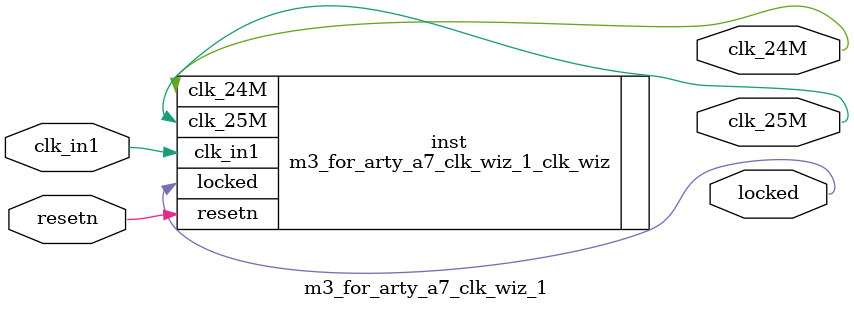
<source format=v>


`timescale 1ps/1ps

(* CORE_GENERATION_INFO = "m3_for_arty_a7_clk_wiz_1,clk_wiz_v6_0_1_0_0,{component_name=m3_for_arty_a7_clk_wiz_1,use_phase_alignment=true,use_min_o_jitter=false,use_max_i_jitter=false,use_dyn_phase_shift=false,use_inclk_switchover=false,use_dyn_reconfig=false,enable_axi=0,feedback_source=FDBK_AUTO,PRIMITIVE=MMCM,num_out_clk=2,clkin1_period=10.0,clkin2_period=10.0,use_power_down=false,use_reset=true,use_locked=true,use_inclk_stopped=false,feedback_type=SINGLE,CLOCK_MGR_TYPE=NA,manual_override=false}" *)

module m3_for_arty_a7_clk_wiz_1 
 (
  // Clock out ports
  output        clk_25M,
  output        clk_24M,
  // Status and control signals
  input         resetn,
  output        locked,
 // Clock in ports
  input         clk_in1
 );

  m3_for_arty_a7_clk_wiz_1_clk_wiz inst
  (
  // Clock out ports  
  .clk_25M(clk_25M),
  .clk_24M(clk_24M),
  // Status and control signals               
  .resetn(resetn), 
  .locked(locked),
 // Clock in ports
  .clk_in1(clk_in1)
  );

endmodule

</source>
